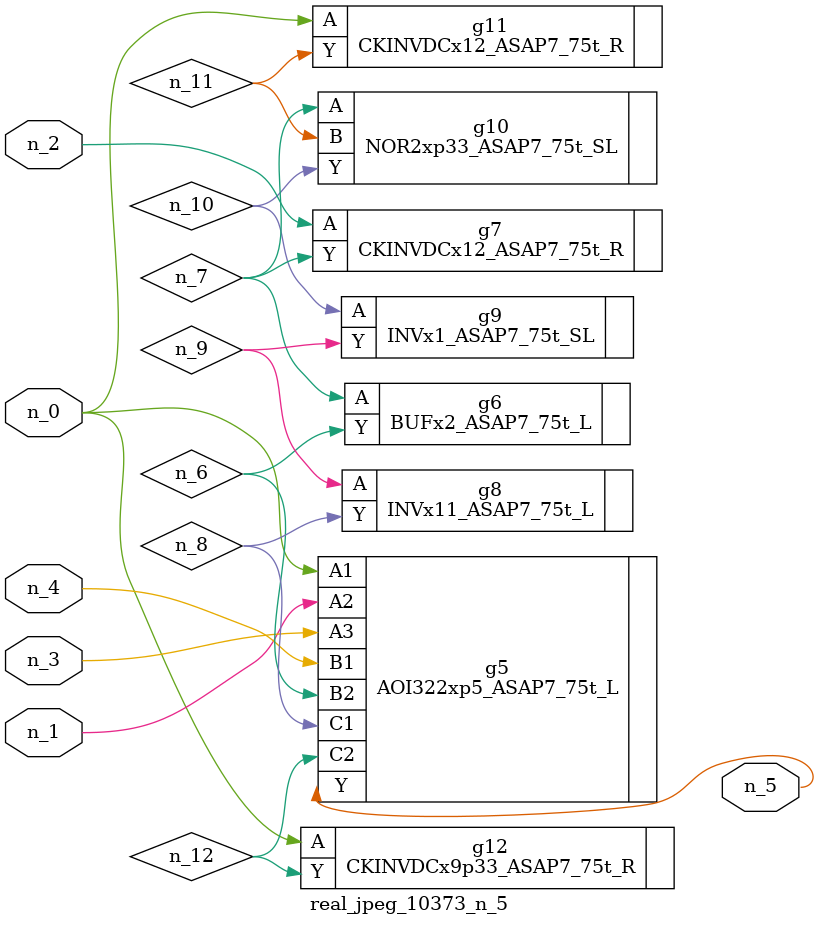
<source format=v>
module real_jpeg_10373_n_5 (n_4, n_0, n_1, n_2, n_3, n_5);

input n_4;
input n_0;
input n_1;
input n_2;
input n_3;

output n_5;

wire n_12;
wire n_8;
wire n_11;
wire n_6;
wire n_7;
wire n_10;
wire n_9;

AOI322xp5_ASAP7_75t_L g5 ( 
.A1(n_0),
.A2(n_1),
.A3(n_3),
.B1(n_4),
.B2(n_6),
.C1(n_8),
.C2(n_12),
.Y(n_5)
);

CKINVDCx12_ASAP7_75t_R g11 ( 
.A(n_0),
.Y(n_11)
);

CKINVDCx9p33_ASAP7_75t_R g12 ( 
.A(n_0),
.Y(n_12)
);

CKINVDCx12_ASAP7_75t_R g7 ( 
.A(n_2),
.Y(n_7)
);

BUFx2_ASAP7_75t_L g6 ( 
.A(n_7),
.Y(n_6)
);

NOR2xp33_ASAP7_75t_SL g10 ( 
.A(n_7),
.B(n_11),
.Y(n_10)
);

INVx11_ASAP7_75t_L g8 ( 
.A(n_9),
.Y(n_8)
);

INVx1_ASAP7_75t_SL g9 ( 
.A(n_10),
.Y(n_9)
);


endmodule
</source>
